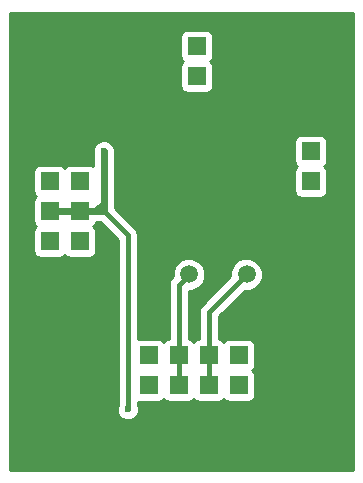
<source format=gbr>
%TF.GenerationSoftware,KiCad,Pcbnew,no-vcs-found-ad9916e~61~ubuntu16.04.1*%
%TF.CreationDate,2017-12-01T11:57:09+01:00*%
%TF.ProjectId,RTC03A,5254433033412E6B696361645F706362,REV*%
%TF.SameCoordinates,Original*%
%TF.FileFunction,Copper,L1,Top*%
%TF.FilePolarity,Positive*%
%FSLAX46Y46*%
G04 Gerber Fmt 4.6, Leading zero omitted, Abs format (unit mm)*
G04 Created by KiCad (PCBNEW no-vcs-found-ad9916e~61~ubuntu16.04.1) date Fri Dec  1 11:57:09 2017*
%MOMM*%
%LPD*%
G01*
G04 APERTURE LIST*
%ADD10C,1.501140*%
%ADD11C,6.000000*%
%ADD12R,1.524000X1.524000*%
%ADD13C,0.600000*%
%ADD14C,0.250000*%
%ADD15C,0.450000*%
%ADD16C,0.600000*%
%ADD17C,0.254000*%
%ADD18C,0.350000*%
G04 APERTURE END LIST*
D10*
X15847060Y17272000D03*
X20728940Y17272000D03*
D11*
X25654000Y35306000D03*
X5334000Y35306000D03*
X25654000Y4826000D03*
X5334000Y4826000D03*
D12*
X17526000Y10414000D03*
X17526000Y7874000D03*
X14986000Y10414000D03*
X14986000Y7874000D03*
X12446000Y7874000D03*
X12446000Y10414000D03*
X6604000Y17526000D03*
X4064000Y17526000D03*
X6604000Y20066000D03*
X4064000Y20066000D03*
X6604000Y22606000D03*
X4064000Y22606000D03*
X6604000Y25146000D03*
X4064000Y25146000D03*
X6604000Y27686000D03*
X4064000Y27686000D03*
X13970000Y34036000D03*
X13970000Y36576000D03*
X16510000Y34036000D03*
X16510000Y36576000D03*
X19050000Y34036000D03*
X19050000Y36576000D03*
X26162000Y27686000D03*
X26162000Y25146000D03*
X26162000Y22606000D03*
X20066000Y7874000D03*
X20066000Y10414000D03*
D13*
X10668000Y5842000D03*
X8636000Y27686000D03*
D14*
X13970000Y34036000D02*
X13970000Y35048000D01*
X13970000Y35048000D02*
X13970000Y36576000D01*
X19050000Y34036000D02*
X19050000Y35048000D01*
X19050000Y35048000D02*
X19050000Y36576000D01*
X14033500Y33972500D02*
X13970000Y34036000D01*
D15*
X10668000Y5842000D02*
X10668000Y20574000D01*
X10668000Y20574000D02*
X8636000Y22606000D01*
D16*
X8636000Y27686000D02*
X8636000Y23622000D01*
X8636000Y23622000D02*
X8636000Y22606000D01*
D15*
X6604000Y22606000D02*
X7816000Y22606000D01*
X7816000Y22606000D02*
X8636000Y23426000D01*
X8636000Y23426000D02*
X8636000Y23622000D01*
D16*
X8636000Y22606000D02*
X6604000Y22606000D01*
X4064000Y22606000D02*
X6604000Y22606000D01*
D15*
X14986000Y10414000D02*
X14986000Y16410940D01*
X14986000Y16410940D02*
X15847060Y17272000D01*
X14986000Y10414000D02*
X14986000Y7874000D01*
X15748000Y17172940D02*
X15847060Y17272000D01*
X17526000Y10414000D02*
X17526000Y14069060D01*
X17526000Y14069060D02*
X20728940Y17272000D01*
X17526000Y7874000D02*
X17526000Y10414000D01*
D14*
X20828000Y17172940D02*
X20728940Y17272000D01*
D17*
G36*
X29770000Y710000D02*
X710000Y710000D01*
X710000Y25908000D01*
X2654560Y25908000D01*
X2654560Y24384000D01*
X2703843Y24136235D01*
X2844191Y23926191D01*
X2919307Y23876000D01*
X2844191Y23825809D01*
X2703843Y23615765D01*
X2654560Y23368000D01*
X2654560Y21844000D01*
X2703843Y21596235D01*
X2844191Y21386191D01*
X2919307Y21336000D01*
X2844191Y21285809D01*
X2703843Y21075765D01*
X2654560Y20828000D01*
X2654560Y19304000D01*
X2703843Y19056235D01*
X2844191Y18846191D01*
X3054235Y18705843D01*
X3302000Y18656560D01*
X4826000Y18656560D01*
X5073765Y18705843D01*
X5283809Y18846191D01*
X5334000Y18921307D01*
X5384191Y18846191D01*
X5594235Y18705843D01*
X5842000Y18656560D01*
X7366000Y18656560D01*
X7613765Y18705843D01*
X7823809Y18846191D01*
X7964157Y19056235D01*
X8013440Y19304000D01*
X8013440Y20828000D01*
X7964157Y21075765D01*
X7823809Y21285809D01*
X7748693Y21336000D01*
X7823809Y21386191D01*
X7964157Y21596235D01*
X7979029Y21671000D01*
X8354776Y21671000D01*
X9808000Y20217776D01*
X9808000Y6209028D01*
X9733162Y6028799D01*
X9732838Y5656833D01*
X9874883Y5313057D01*
X10137673Y5049808D01*
X10481201Y4907162D01*
X10853167Y4906838D01*
X11196943Y5048883D01*
X11460192Y5311673D01*
X11602838Y5655201D01*
X11603162Y6027167D01*
X11528000Y6209073D01*
X11528000Y6495590D01*
X11684000Y6464560D01*
X13208000Y6464560D01*
X13455765Y6513843D01*
X13665809Y6654191D01*
X13716000Y6729307D01*
X13766191Y6654191D01*
X13976235Y6513843D01*
X14224000Y6464560D01*
X15748000Y6464560D01*
X15995765Y6513843D01*
X16205809Y6654191D01*
X16256000Y6729307D01*
X16306191Y6654191D01*
X16516235Y6513843D01*
X16764000Y6464560D01*
X18288000Y6464560D01*
X18535765Y6513843D01*
X18745809Y6654191D01*
X18796000Y6729307D01*
X18846191Y6654191D01*
X19056235Y6513843D01*
X19304000Y6464560D01*
X20828000Y6464560D01*
X21075765Y6513843D01*
X21285809Y6654191D01*
X21426157Y6864235D01*
X21475440Y7112000D01*
X21475440Y8636000D01*
X21426157Y8883765D01*
X21285809Y9093809D01*
X21210693Y9144000D01*
X21285809Y9194191D01*
X21426157Y9404235D01*
X21475440Y9652000D01*
X21475440Y11176000D01*
X21426157Y11423765D01*
X21285809Y11633809D01*
X21075765Y11774157D01*
X20828000Y11823440D01*
X19304000Y11823440D01*
X19056235Y11774157D01*
X18846191Y11633809D01*
X18796000Y11558693D01*
X18745809Y11633809D01*
X18535765Y11774157D01*
X18386000Y11803947D01*
X18386000Y13712836D01*
X20559741Y15886577D01*
X21003338Y15886190D01*
X21512777Y16096686D01*
X21902884Y16486113D01*
X22114269Y16995184D01*
X22114750Y17546398D01*
X21904254Y18055837D01*
X21514827Y18445944D01*
X21005756Y18657329D01*
X20454542Y18657810D01*
X19945103Y18447314D01*
X19554996Y18057887D01*
X19343611Y17548816D01*
X19343222Y17102506D01*
X16917888Y14677172D01*
X16731464Y14398168D01*
X16666000Y14069060D01*
X16666000Y11803947D01*
X16516235Y11774157D01*
X16306191Y11633809D01*
X16256000Y11558693D01*
X16205809Y11633809D01*
X15995765Y11774157D01*
X15846000Y11803947D01*
X15846000Y15886430D01*
X16121458Y15886190D01*
X16630897Y16096686D01*
X17021004Y16486113D01*
X17232389Y16995184D01*
X17232870Y17546398D01*
X17022374Y18055837D01*
X16632947Y18445944D01*
X16123876Y18657329D01*
X15572662Y18657810D01*
X15063223Y18447314D01*
X14673116Y18057887D01*
X14461731Y17548816D01*
X14461342Y17102506D01*
X14377888Y17019052D01*
X14191464Y16740048D01*
X14126000Y16410940D01*
X14126000Y11803947D01*
X13976235Y11774157D01*
X13766191Y11633809D01*
X13716000Y11558693D01*
X13665809Y11633809D01*
X13455765Y11774157D01*
X13208000Y11823440D01*
X11684000Y11823440D01*
X11528000Y11792410D01*
X11528000Y20574000D01*
X11462536Y20903108D01*
X11276112Y21182112D01*
X9571000Y22887224D01*
X9571000Y27685184D01*
X9571162Y27871167D01*
X9429117Y28214943D01*
X9196467Y28448000D01*
X24752560Y28448000D01*
X24752560Y26924000D01*
X24801843Y26676235D01*
X24942191Y26466191D01*
X25017307Y26416000D01*
X24942191Y26365809D01*
X24801843Y26155765D01*
X24752560Y25908000D01*
X24752560Y24384000D01*
X24801843Y24136235D01*
X24942191Y23926191D01*
X25152235Y23785843D01*
X25400000Y23736560D01*
X26924000Y23736560D01*
X27171765Y23785843D01*
X27381809Y23926191D01*
X27522157Y24136235D01*
X27571440Y24384000D01*
X27571440Y25908000D01*
X27522157Y26155765D01*
X27381809Y26365809D01*
X27306693Y26416000D01*
X27381809Y26466191D01*
X27522157Y26676235D01*
X27571440Y26924000D01*
X27571440Y28448000D01*
X27522157Y28695765D01*
X27381809Y28905809D01*
X27171765Y29046157D01*
X26924000Y29095440D01*
X25400000Y29095440D01*
X25152235Y29046157D01*
X24942191Y28905809D01*
X24801843Y28695765D01*
X24752560Y28448000D01*
X9196467Y28448000D01*
X9166327Y28478192D01*
X8822799Y28620838D01*
X8450833Y28621162D01*
X8107057Y28479117D01*
X7843808Y28216327D01*
X7701162Y27872799D01*
X7700838Y27500833D01*
X7701000Y27500441D01*
X7701000Y26447868D01*
X7613765Y26506157D01*
X7366000Y26555440D01*
X5842000Y26555440D01*
X5594235Y26506157D01*
X5384191Y26365809D01*
X5334000Y26290693D01*
X5283809Y26365809D01*
X5073765Y26506157D01*
X4826000Y26555440D01*
X3302000Y26555440D01*
X3054235Y26506157D01*
X2844191Y26365809D01*
X2703843Y26155765D01*
X2654560Y25908000D01*
X710000Y25908000D01*
X710000Y37338000D01*
X15100560Y37338000D01*
X15100560Y35814000D01*
X15149843Y35566235D01*
X15290191Y35356191D01*
X15365307Y35306000D01*
X15290191Y35255809D01*
X15149843Y35045765D01*
X15100560Y34798000D01*
X15100560Y33274000D01*
X15149843Y33026235D01*
X15290191Y32816191D01*
X15500235Y32675843D01*
X15748000Y32626560D01*
X17272000Y32626560D01*
X17519765Y32675843D01*
X17729809Y32816191D01*
X17870157Y33026235D01*
X17919440Y33274000D01*
X17919440Y34798000D01*
X17870157Y35045765D01*
X17729809Y35255809D01*
X17654693Y35306000D01*
X17729809Y35356191D01*
X17870157Y35566235D01*
X17919440Y35814000D01*
X17919440Y37338000D01*
X17870157Y37585765D01*
X17729809Y37795809D01*
X17519765Y37936157D01*
X17272000Y37985440D01*
X15748000Y37985440D01*
X15500235Y37936157D01*
X15290191Y37795809D01*
X15149843Y37585765D01*
X15100560Y37338000D01*
X710000Y37338000D01*
X710000Y39422000D01*
X29770000Y39422000D01*
X29770000Y710000D01*
X29770000Y710000D01*
G37*
X29770000Y710000D02*
X710000Y710000D01*
X710000Y25908000D01*
X2654560Y25908000D01*
X2654560Y24384000D01*
X2703843Y24136235D01*
X2844191Y23926191D01*
X2919307Y23876000D01*
X2844191Y23825809D01*
X2703843Y23615765D01*
X2654560Y23368000D01*
X2654560Y21844000D01*
X2703843Y21596235D01*
X2844191Y21386191D01*
X2919307Y21336000D01*
X2844191Y21285809D01*
X2703843Y21075765D01*
X2654560Y20828000D01*
X2654560Y19304000D01*
X2703843Y19056235D01*
X2844191Y18846191D01*
X3054235Y18705843D01*
X3302000Y18656560D01*
X4826000Y18656560D01*
X5073765Y18705843D01*
X5283809Y18846191D01*
X5334000Y18921307D01*
X5384191Y18846191D01*
X5594235Y18705843D01*
X5842000Y18656560D01*
X7366000Y18656560D01*
X7613765Y18705843D01*
X7823809Y18846191D01*
X7964157Y19056235D01*
X8013440Y19304000D01*
X8013440Y20828000D01*
X7964157Y21075765D01*
X7823809Y21285809D01*
X7748693Y21336000D01*
X7823809Y21386191D01*
X7964157Y21596235D01*
X7979029Y21671000D01*
X8354776Y21671000D01*
X9808000Y20217776D01*
X9808000Y6209028D01*
X9733162Y6028799D01*
X9732838Y5656833D01*
X9874883Y5313057D01*
X10137673Y5049808D01*
X10481201Y4907162D01*
X10853167Y4906838D01*
X11196943Y5048883D01*
X11460192Y5311673D01*
X11602838Y5655201D01*
X11603162Y6027167D01*
X11528000Y6209073D01*
X11528000Y6495590D01*
X11684000Y6464560D01*
X13208000Y6464560D01*
X13455765Y6513843D01*
X13665809Y6654191D01*
X13716000Y6729307D01*
X13766191Y6654191D01*
X13976235Y6513843D01*
X14224000Y6464560D01*
X15748000Y6464560D01*
X15995765Y6513843D01*
X16205809Y6654191D01*
X16256000Y6729307D01*
X16306191Y6654191D01*
X16516235Y6513843D01*
X16764000Y6464560D01*
X18288000Y6464560D01*
X18535765Y6513843D01*
X18745809Y6654191D01*
X18796000Y6729307D01*
X18846191Y6654191D01*
X19056235Y6513843D01*
X19304000Y6464560D01*
X20828000Y6464560D01*
X21075765Y6513843D01*
X21285809Y6654191D01*
X21426157Y6864235D01*
X21475440Y7112000D01*
X21475440Y8636000D01*
X21426157Y8883765D01*
X21285809Y9093809D01*
X21210693Y9144000D01*
X21285809Y9194191D01*
X21426157Y9404235D01*
X21475440Y9652000D01*
X21475440Y11176000D01*
X21426157Y11423765D01*
X21285809Y11633809D01*
X21075765Y11774157D01*
X20828000Y11823440D01*
X19304000Y11823440D01*
X19056235Y11774157D01*
X18846191Y11633809D01*
X18796000Y11558693D01*
X18745809Y11633809D01*
X18535765Y11774157D01*
X18386000Y11803947D01*
X18386000Y13712836D01*
X20559741Y15886577D01*
X21003338Y15886190D01*
X21512777Y16096686D01*
X21902884Y16486113D01*
X22114269Y16995184D01*
X22114750Y17546398D01*
X21904254Y18055837D01*
X21514827Y18445944D01*
X21005756Y18657329D01*
X20454542Y18657810D01*
X19945103Y18447314D01*
X19554996Y18057887D01*
X19343611Y17548816D01*
X19343222Y17102506D01*
X16917888Y14677172D01*
X16731464Y14398168D01*
X16666000Y14069060D01*
X16666000Y11803947D01*
X16516235Y11774157D01*
X16306191Y11633809D01*
X16256000Y11558693D01*
X16205809Y11633809D01*
X15995765Y11774157D01*
X15846000Y11803947D01*
X15846000Y15886430D01*
X16121458Y15886190D01*
X16630897Y16096686D01*
X17021004Y16486113D01*
X17232389Y16995184D01*
X17232870Y17546398D01*
X17022374Y18055837D01*
X16632947Y18445944D01*
X16123876Y18657329D01*
X15572662Y18657810D01*
X15063223Y18447314D01*
X14673116Y18057887D01*
X14461731Y17548816D01*
X14461342Y17102506D01*
X14377888Y17019052D01*
X14191464Y16740048D01*
X14126000Y16410940D01*
X14126000Y11803947D01*
X13976235Y11774157D01*
X13766191Y11633809D01*
X13716000Y11558693D01*
X13665809Y11633809D01*
X13455765Y11774157D01*
X13208000Y11823440D01*
X11684000Y11823440D01*
X11528000Y11792410D01*
X11528000Y20574000D01*
X11462536Y20903108D01*
X11276112Y21182112D01*
X9571000Y22887224D01*
X9571000Y27685184D01*
X9571162Y27871167D01*
X9429117Y28214943D01*
X9196467Y28448000D01*
X24752560Y28448000D01*
X24752560Y26924000D01*
X24801843Y26676235D01*
X24942191Y26466191D01*
X25017307Y26416000D01*
X24942191Y26365809D01*
X24801843Y26155765D01*
X24752560Y25908000D01*
X24752560Y24384000D01*
X24801843Y24136235D01*
X24942191Y23926191D01*
X25152235Y23785843D01*
X25400000Y23736560D01*
X26924000Y23736560D01*
X27171765Y23785843D01*
X27381809Y23926191D01*
X27522157Y24136235D01*
X27571440Y24384000D01*
X27571440Y25908000D01*
X27522157Y26155765D01*
X27381809Y26365809D01*
X27306693Y26416000D01*
X27381809Y26466191D01*
X27522157Y26676235D01*
X27571440Y26924000D01*
X27571440Y28448000D01*
X27522157Y28695765D01*
X27381809Y28905809D01*
X27171765Y29046157D01*
X26924000Y29095440D01*
X25400000Y29095440D01*
X25152235Y29046157D01*
X24942191Y28905809D01*
X24801843Y28695765D01*
X24752560Y28448000D01*
X9196467Y28448000D01*
X9166327Y28478192D01*
X8822799Y28620838D01*
X8450833Y28621162D01*
X8107057Y28479117D01*
X7843808Y28216327D01*
X7701162Y27872799D01*
X7700838Y27500833D01*
X7701000Y27500441D01*
X7701000Y26447868D01*
X7613765Y26506157D01*
X7366000Y26555440D01*
X5842000Y26555440D01*
X5594235Y26506157D01*
X5384191Y26365809D01*
X5334000Y26290693D01*
X5283809Y26365809D01*
X5073765Y26506157D01*
X4826000Y26555440D01*
X3302000Y26555440D01*
X3054235Y26506157D01*
X2844191Y26365809D01*
X2703843Y26155765D01*
X2654560Y25908000D01*
X710000Y25908000D01*
X710000Y37338000D01*
X15100560Y37338000D01*
X15100560Y35814000D01*
X15149843Y35566235D01*
X15290191Y35356191D01*
X15365307Y35306000D01*
X15290191Y35255809D01*
X15149843Y35045765D01*
X15100560Y34798000D01*
X15100560Y33274000D01*
X15149843Y33026235D01*
X15290191Y32816191D01*
X15500235Y32675843D01*
X15748000Y32626560D01*
X17272000Y32626560D01*
X17519765Y32675843D01*
X17729809Y32816191D01*
X17870157Y33026235D01*
X17919440Y33274000D01*
X17919440Y34798000D01*
X17870157Y35045765D01*
X17729809Y35255809D01*
X17654693Y35306000D01*
X17729809Y35356191D01*
X17870157Y35566235D01*
X17919440Y35814000D01*
X17919440Y37338000D01*
X17870157Y37585765D01*
X17729809Y37795809D01*
X17519765Y37936157D01*
X17272000Y37985440D01*
X15748000Y37985440D01*
X15500235Y37936157D01*
X15290191Y37795809D01*
X15149843Y37585765D01*
X15100560Y37338000D01*
X710000Y37338000D01*
X710000Y39422000D01*
X29770000Y39422000D01*
X29770000Y710000D01*
D18*
X10668000Y5842000D03*
X8636000Y27686000D03*
X15847060Y17272000D03*
X20728940Y17272000D03*
X25654000Y35306000D03*
X5334000Y35306000D03*
X25654000Y4826000D03*
X5334000Y4826000D03*
X17526000Y10414000D03*
X17526000Y7874000D03*
X14986000Y10414000D03*
X14986000Y7874000D03*
X12446000Y7874000D03*
X12446000Y10414000D03*
X6604000Y17526000D03*
X4064000Y17526000D03*
X6604000Y20066000D03*
X4064000Y20066000D03*
X6604000Y22606000D03*
X4064000Y22606000D03*
X6604000Y25146000D03*
X4064000Y25146000D03*
X6604000Y27686000D03*
X4064000Y27686000D03*
X13970000Y34036000D03*
X13970000Y36576000D03*
X16510000Y34036000D03*
X16510000Y36576000D03*
X19050000Y34036000D03*
X19050000Y36576000D03*
X26162000Y27686000D03*
X26162000Y25146000D03*
X26162000Y22606000D03*
X20066000Y7874000D03*
X20066000Y10414000D03*
M02*

</source>
